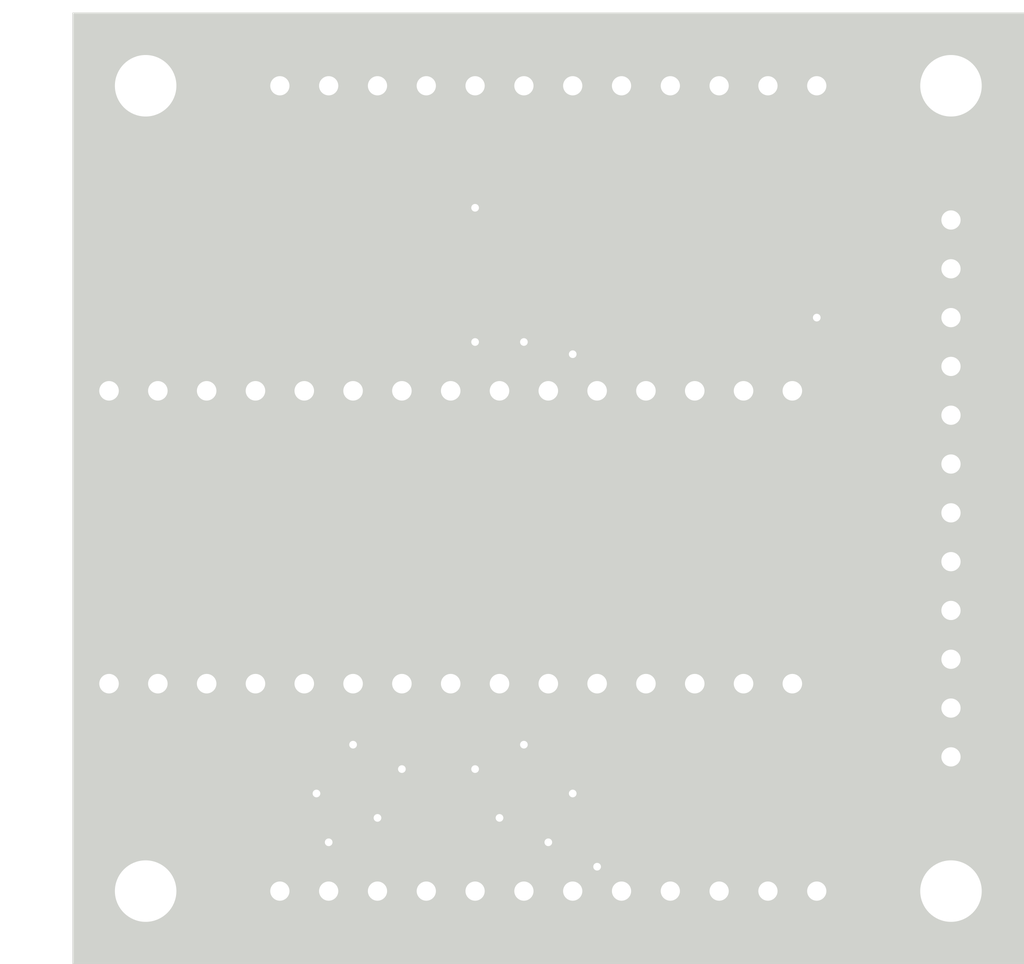
<source format=kicad_pcb>
(kicad_pcb (version 4) (host pcbnew 4.0.7+dfsg1-1~bpo9+1)

  (general
    (links 34)
    (no_connects 0)
    (area 104.626999 29.75 158.115001 80.645001)
    (thickness 1.6)
    (drawings 30)
    (tracks 149)
    (zones 0)
    (modules 8)
    (nets 26)
  )

  (page A4)
  (layers
    (0 F.Cu signal)
    (31 B.Cu signal)
    (32 B.Adhes user)
    (33 F.Adhes user)
    (34 B.Paste user)
    (35 F.Paste user)
    (36 B.SilkS user)
    (37 F.SilkS user)
    (38 B.Mask user)
    (39 F.Mask user)
    (40 Dwgs.User user)
    (41 Cmts.User user)
    (42 Eco1.User user)
    (43 Eco2.User user)
    (44 Edge.Cuts user)
    (45 Margin user)
    (46 B.CrtYd user)
    (47 F.CrtYd user)
    (48 B.Fab user hide)
    (49 F.Fab user)
  )

  (setup
    (last_trace_width 0.5)
    (user_trace_width 0.5)
    (user_trace_width 0.5)
    (trace_clearance 0.2)
    (zone_clearance 0.508)
    (zone_45_only no)
    (trace_min 0.2)
    (segment_width 0.2)
    (edge_width 0.1)
    (via_size 0.6)
    (via_drill 0.4)
    (via_min_size 0.4)
    (via_min_drill 0.3)
    (uvia_size 0.3)
    (uvia_drill 0.1)
    (uvias_allowed no)
    (uvia_min_size 0.2)
    (uvia_min_drill 0.1)
    (pcb_text_width 0.3)
    (pcb_text_size 1.5 1.5)
    (mod_edge_width 0.15)
    (mod_text_size 1 1)
    (mod_text_width 0.15)
    (pad_size 1.5 1.5)
    (pad_drill 0.6)
    (pad_to_mask_clearance 0)
    (aux_axis_origin 0 0)
    (visible_elements FFFEFF7F)
    (pcbplotparams
      (layerselection 0x00030_80000001)
      (usegerberextensions false)
      (excludeedgelayer true)
      (linewidth 0.100000)
      (plotframeref false)
      (viasonmask false)
      (mode 1)
      (useauxorigin false)
      (hpglpennumber 1)
      (hpglpenspeed 20)
      (hpglpendiameter 15)
      (hpglpenoverlay 2)
      (psnegative false)
      (psa4output false)
      (plotreference true)
      (plotvalue true)
      (plotinvisibletext false)
      (padsonsilk false)
      (subtractmaskfromsilk false)
      (outputformat 1)
      (mirror false)
      (drillshape 1)
      (scaleselection 1)
      (outputdirectory ""))
  )

  (net 0 "")
  (net 1 /A5)
  (net 2 /A4)
  (net 3 /VCC)
  (net 4 /VIN)
  (net 5 /GND)
  (net 6 /D13)
  (net 7 /D12)
  (net 8 /D11)
  (net 9 /D10)
  (net 10 /D1)
  (net 11 /D0)
  (net 12 /D2)
  (net 13 /D3)
  (net 14 /D4)
  (net 15 /D5)
  (net 16 /D6)
  (net 17 /D7)
  (net 18 /D8)
  (net 19 /D9)
  (net 20 /A0)
  (net 21 /A1)
  (net 22 /A2)
  (net 23 /A3)
  (net 24 /A7)
  (net 25 /A6)

  (net_class Default "This is the default net class."
    (clearance 0.2)
    (trace_width 0.25)
    (via_dia 0.6)
    (via_drill 0.4)
    (uvia_dia 0.3)
    (uvia_drill 0.1)
    (add_net /A0)
    (add_net /A1)
    (add_net /A2)
    (add_net /A3)
    (add_net /A4)
    (add_net /A5)
    (add_net /A6)
    (add_net /A7)
    (add_net /D0)
    (add_net /D1)
    (add_net /D10)
    (add_net /D11)
    (add_net /D12)
    (add_net /D13)
    (add_net /D2)
    (add_net /D3)
    (add_net /D4)
    (add_net /D5)
    (add_net /D6)
    (add_net /D7)
    (add_net /D8)
    (add_net /D9)
    (add_net /GND)
    (add_net /VCC)
    (add_net /VIN)
  )

  (module Socket_Strips:Socket_Strip_Straight_1x12_Pitch2.54mm (layer F.Cu) (tedit 5AE77EE6) (tstamp 5AC36A5F)
    (at 119.38 34.925 90)
    (descr "Through hole straight socket strip, 1x12, 2.54mm pitch, single row")
    (tags "Through hole socket strip THT 1x12 2.54mm single row")
    (path /5AC3A80A)
    (fp_text reference O1 (at 0 -2.33 90) (layer F.Fab)
      (effects (font (size 1 1) (thickness 0.15)))
    )
    (fp_text value SerialOutput (at 2.54 17.145 180) (layer F.Fab)
      (effects (font (size 1 1) (thickness 0.15)))
    )
    (fp_line (start -1.27 -1.27) (end -1.27 29.21) (layer F.Fab) (width 0.1))
    (fp_line (start -1.27 29.21) (end 1.27 29.21) (layer F.Fab) (width 0.1))
    (fp_line (start 1.27 29.21) (end 1.27 -1.27) (layer F.Fab) (width 0.1))
    (fp_line (start 1.27 -1.27) (end -1.27 -1.27) (layer F.Fab) (width 0.1))
    (fp_line (start -1.33 1.27) (end -1.33 29.27) (layer F.SilkS) (width 0.12))
    (fp_line (start -1.33 29.27) (end 1.33 29.27) (layer F.SilkS) (width 0.12))
    (fp_line (start 1.33 29.27) (end 1.33 1.27) (layer F.SilkS) (width 0.12))
    (fp_line (start 1.33 1.27) (end -1.33 1.27) (layer F.SilkS) (width 0.12))
    (fp_line (start -1.33 0) (end -1.33 -1.33) (layer F.SilkS) (width 0.12))
    (fp_line (start -1.33 -1.33) (end 0 -1.33) (layer F.SilkS) (width 0.12))
    (fp_line (start -1.8 -1.8) (end -1.8 29.75) (layer F.CrtYd) (width 0.05))
    (fp_line (start -1.8 29.75) (end 1.8 29.75) (layer F.CrtYd) (width 0.05))
    (fp_line (start 1.8 29.75) (end 1.8 -1.8) (layer F.CrtYd) (width 0.05))
    (fp_line (start 1.8 -1.8) (end -1.8 -1.8) (layer F.CrtYd) (width 0.05))
    (fp_text user %R (at 0 -2.33 90) (layer F.Fab) hide
      (effects (font (size 1 1) (thickness 0.15)))
    )
    (pad 1 thru_hole rect (at 0 0 90) (size 1.7 1.7) (drill 1) (layers *.Cu *.Mask)
      (net 4 /VIN))
    (pad 2 thru_hole oval (at 0 2.54 90) (size 1.7 1.7) (drill 1) (layers *.Cu *.Mask)
      (net 3 /VCC))
    (pad 3 thru_hole oval (at 0 5.08 90) (size 1.7 1.7) (drill 1) (layers *.Cu *.Mask)
      (net 5 /GND))
    (pad 4 thru_hole oval (at 0 7.62 90) (size 1.7 1.7) (drill 1) (layers *.Cu *.Mask))
    (pad 5 thru_hole oval (at 0 10.16 90) (size 1.7 1.7) (drill 1) (layers *.Cu *.Mask)
      (net 6 /D13))
    (pad 6 thru_hole oval (at 0 12.7 90) (size 1.7 1.7) (drill 1) (layers *.Cu *.Mask)
      (net 7 /D12))
    (pad 7 thru_hole oval (at 0 15.24 90) (size 1.7 1.7) (drill 1) (layers *.Cu *.Mask)
      (net 8 /D11))
    (pad 8 thru_hole oval (at 0 17.78 90) (size 1.7 1.7) (drill 1) (layers *.Cu *.Mask)
      (net 9 /D10))
    (pad 9 thru_hole oval (at 0 20.32 90) (size 1.7 1.7) (drill 1) (layers *.Cu *.Mask)
      (net 2 /A4))
    (pad 10 thru_hole oval (at 0 22.86 90) (size 1.7 1.7) (drill 1) (layers *.Cu *.Mask)
      (net 1 /A5))
    (pad 11 thru_hole oval (at 0 25.4 90) (size 1.7 1.7) (drill 1) (layers *.Cu *.Mask)
      (net 10 /D1))
    (pad 12 thru_hole oval (at 0 27.94 90) (size 1.7 1.7) (drill 1) (layers *.Cu *.Mask)
      (net 11 /D0))
    (model ${KISYS3DMOD}/Socket_Strips.3dshapes/Socket_Strip_Straight_1x12_Pitch2.54mm.wrl
      (at (xyz 0 -0.55 0))
      (scale (xyz 1 1 1))
      (rotate (xyz 0 0 270))
    )
  )

  (module Socket_Strips:Socket_Strip_Straight_1x12_Pitch2.54mm (layer F.Cu) (tedit 5AE77EFD) (tstamp 5ACB7725)
    (at 154.305 41.91)
    (descr "Through hole straight socket strip, 1x12, 2.54mm pitch, single row")
    (tags "Through hole socket strip THT 1x12 2.54mm single row")
    (path /5AC3A751)
    (fp_text reference O2 (at 0 -2.33) (layer F.Fab)
      (effects (font (size 1 1) (thickness 0.15)))
    )
    (fp_text value Output (at 0 30.27) (layer F.Fab)
      (effects (font (size 1 1) (thickness 0.15)))
    )
    (fp_line (start -1.27 -1.27) (end -1.27 29.21) (layer F.Fab) (width 0.1))
    (fp_line (start -1.27 29.21) (end 1.27 29.21) (layer F.Fab) (width 0.1))
    (fp_line (start 1.27 29.21) (end 1.27 -1.27) (layer F.Fab) (width 0.1))
    (fp_line (start 1.27 -1.27) (end -1.27 -1.27) (layer F.Fab) (width 0.1))
    (fp_line (start -1.33 1.27) (end -1.33 29.27) (layer F.SilkS) (width 0.12))
    (fp_line (start -1.33 29.27) (end 1.33 29.27) (layer F.SilkS) (width 0.12))
    (fp_line (start 1.33 29.27) (end 1.33 1.27) (layer F.SilkS) (width 0.12))
    (fp_line (start 1.33 1.27) (end -1.33 1.27) (layer F.SilkS) (width 0.12))
    (fp_line (start -1.33 0) (end -1.33 -1.33) (layer F.SilkS) (width 0.12))
    (fp_line (start -1.33 -1.33) (end 0 -1.33) (layer F.SilkS) (width 0.12))
    (fp_line (start -1.8 -1.8) (end -1.8 29.75) (layer F.CrtYd) (width 0.05))
    (fp_line (start -1.8 29.75) (end 1.8 29.75) (layer F.CrtYd) (width 0.05))
    (fp_line (start 1.8 29.75) (end 1.8 -1.8) (layer F.CrtYd) (width 0.05))
    (fp_line (start 1.8 -1.8) (end -1.8 -1.8) (layer F.CrtYd) (width 0.05))
    (fp_text user %R (at 0 -2.33) (layer F.Fab) hide
      (effects (font (size 1 1) (thickness 0.15)))
    )
    (pad 1 thru_hole rect (at 0 0) (size 1.7 1.7) (drill 1) (layers *.Cu *.Mask)
      (net 4 /VIN))
    (pad 2 thru_hole oval (at 0 2.54) (size 1.7 1.7) (drill 1) (layers *.Cu *.Mask)
      (net 3 /VCC))
    (pad 3 thru_hole oval (at 0 5.08) (size 1.7 1.7) (drill 1) (layers *.Cu *.Mask)
      (net 5 /GND))
    (pad 4 thru_hole oval (at 0 7.62) (size 1.7 1.7) (drill 1) (layers *.Cu *.Mask))
    (pad 5 thru_hole oval (at 0 10.16) (size 1.7 1.7) (drill 1) (layers *.Cu *.Mask)
      (net 12 /D2))
    (pad 6 thru_hole oval (at 0 12.7) (size 1.7 1.7) (drill 1) (layers *.Cu *.Mask)
      (net 13 /D3))
    (pad 7 thru_hole oval (at 0 15.24) (size 1.7 1.7) (drill 1) (layers *.Cu *.Mask)
      (net 14 /D4))
    (pad 8 thru_hole oval (at 0 17.78) (size 1.7 1.7) (drill 1) (layers *.Cu *.Mask)
      (net 15 /D5))
    (pad 9 thru_hole oval (at 0 20.32) (size 1.7 1.7) (drill 1) (layers *.Cu *.Mask)
      (net 16 /D6))
    (pad 10 thru_hole oval (at 0 22.86) (size 1.7 1.7) (drill 1) (layers *.Cu *.Mask)
      (net 17 /D7))
    (pad 11 thru_hole oval (at 0 25.4) (size 1.7 1.7) (drill 1) (layers *.Cu *.Mask)
      (net 18 /D8))
    (pad 12 thru_hole oval (at 0 27.94) (size 1.7 1.7) (drill 1) (layers *.Cu *.Mask)
      (net 19 /D9))
    (model ${KISYS3DMOD}/Socket_Strips.3dshapes/Socket_Strip_Straight_1x12_Pitch2.54mm.wrl
      (at (xyz 0 -0.55 0))
      (scale (xyz 1 1 1))
      (rotate (xyz 0 0 270))
    )
  )

  (module Socket_Strips:Socket_Strip_Straight_1x12_Pitch2.54mm (layer F.Cu) (tedit 5AE77EF3) (tstamp 5ACB7743)
    (at 147.32 76.835 270)
    (descr "Through hole straight socket strip, 1x12, 2.54mm pitch, single row")
    (tags "Through hole socket strip THT 1x12 2.54mm single row")
    (path /5AC3A8AB)
    (fp_text reference O3 (at 0 -2.33 270) (layer F.Fab)
      (effects (font (size 1 1) (thickness 0.15)))
    )
    (fp_text value Output (at 0 30.27 270) (layer F.Fab)
      (effects (font (size 1 1) (thickness 0.15)))
    )
    (fp_line (start -1.27 -1.27) (end -1.27 29.21) (layer F.Fab) (width 0.1))
    (fp_line (start -1.27 29.21) (end 1.27 29.21) (layer F.Fab) (width 0.1))
    (fp_line (start 1.27 29.21) (end 1.27 -1.27) (layer F.Fab) (width 0.1))
    (fp_line (start 1.27 -1.27) (end -1.27 -1.27) (layer F.Fab) (width 0.1))
    (fp_line (start -1.33 1.27) (end -1.33 29.27) (layer F.SilkS) (width 0.12))
    (fp_line (start -1.33 29.27) (end 1.33 29.27) (layer F.SilkS) (width 0.12))
    (fp_line (start 1.33 29.27) (end 1.33 1.27) (layer F.SilkS) (width 0.12))
    (fp_line (start 1.33 1.27) (end -1.33 1.27) (layer F.SilkS) (width 0.12))
    (fp_line (start -1.33 0) (end -1.33 -1.33) (layer F.SilkS) (width 0.12))
    (fp_line (start -1.33 -1.33) (end 0 -1.33) (layer F.SilkS) (width 0.12))
    (fp_line (start -1.8 -1.8) (end -1.8 29.75) (layer F.CrtYd) (width 0.05))
    (fp_line (start -1.8 29.75) (end 1.8 29.75) (layer F.CrtYd) (width 0.05))
    (fp_line (start 1.8 29.75) (end 1.8 -1.8) (layer F.CrtYd) (width 0.05))
    (fp_line (start 1.8 -1.8) (end -1.8 -1.8) (layer F.CrtYd) (width 0.05))
    (fp_text user %R (at 0 -2.33 270) (layer F.Fab) hide
      (effects (font (size 1 1) (thickness 0.15)))
    )
    (pad 1 thru_hole rect (at 0 0 270) (size 1.7 1.7) (drill 1) (layers *.Cu *.Mask)
      (net 4 /VIN))
    (pad 2 thru_hole oval (at 0 2.54 270) (size 1.7 1.7) (drill 1) (layers *.Cu *.Mask)
      (net 3 /VCC))
    (pad 3 thru_hole oval (at 0 5.08 270) (size 1.7 1.7) (drill 1) (layers *.Cu *.Mask)
      (net 5 /GND))
    (pad 4 thru_hole oval (at 0 7.62 270) (size 1.7 1.7) (drill 1) (layers *.Cu *.Mask))
    (pad 5 thru_hole oval (at 0 10.16 270) (size 1.7 1.7) (drill 1) (layers *.Cu *.Mask)
      (net 20 /A0))
    (pad 6 thru_hole oval (at 0 12.7 270) (size 1.7 1.7) (drill 1) (layers *.Cu *.Mask)
      (net 21 /A1))
    (pad 7 thru_hole oval (at 0 15.24 270) (size 1.7 1.7) (drill 1) (layers *.Cu *.Mask)
      (net 22 /A2))
    (pad 8 thru_hole oval (at 0 17.78 270) (size 1.7 1.7) (drill 1) (layers *.Cu *.Mask)
      (net 23 /A3))
    (pad 9 thru_hole oval (at 0 20.32 270) (size 1.7 1.7) (drill 1) (layers *.Cu *.Mask)
      (net 2 /A4))
    (pad 10 thru_hole oval (at 0 22.86 270) (size 1.7 1.7) (drill 1) (layers *.Cu *.Mask)
      (net 1 /A5))
    (pad 11 thru_hole oval (at 0 25.4 270) (size 1.7 1.7) (drill 1) (layers *.Cu *.Mask)
      (net 25 /A6))
    (pad 12 thru_hole oval (at 0 27.94 270) (size 1.7 1.7) (drill 1) (layers *.Cu *.Mask)
      (net 24 /A7))
    (model ${KISYS3DMOD}/Socket_Strips.3dshapes/Socket_Strip_Straight_1x12_Pitch2.54mm.wrl
      (at (xyz 0 -0.55 0))
      (scale (xyz 1 1 1))
      (rotate (xyz 0 0 270))
    )
  )

  (module Mounting_Holes:MountingHole_3.2mm_M3 (layer F.Cu) (tedit 5AC36F43) (tstamp 5AD37429)
    (at 154.305 34.925)
    (descr "Mounting Hole 3.2mm, no annular, M3")
    (tags "mounting hole 3.2mm no annular m3")
    (fp_text reference "" (at 0 -4.2) (layer F.Fab)
      (effects (font (size 1 1) (thickness 0.15)))
    )
    (fp_text value M3 (at 0 2.54) (layer F.Fab)
      (effects (font (size 1 1) (thickness 0.15)))
    )
    (fp_circle (center 0 0) (end 3.2 0) (layer Cmts.User) (width 0.15))
    (fp_circle (center 0 0) (end 3.45 0) (layer F.CrtYd) (width 0.05))
    (pad 1 np_thru_hole circle (at 0 0) (size 3.2 3.2) (drill 3.2) (layers *.Cu *.Mask))
  )

  (module Mounting_Holes:MountingHole_3.2mm_M3 (layer F.Cu) (tedit 5AC36F82) (tstamp 5AD3745B)
    (at 154.305 76.835)
    (descr "Mounting Hole 3.2mm, no annular, M3")
    (tags "mounting hole 3.2mm no annular m3")
    (fp_text reference "" (at 0 -4.2) (layer F.Fab)
      (effects (font (size 1 1) (thickness 0.15)))
    )
    (fp_text value M3 (at 0 -2.54) (layer F.Fab)
      (effects (font (size 1 1) (thickness 0.15)))
    )
    (fp_circle (center 0 0) (end 3.2 0) (layer Cmts.User) (width 0.15))
    (fp_circle (center 0 0) (end 3.45 0) (layer F.CrtYd) (width 0.05))
    (pad 1 np_thru_hole circle (at 0 0) (size 3.2 3.2) (drill 3.2) (layers *.Cu *.Mask))
  )

  (module Mounting_Holes:MountingHole_3.2mm_M3 (layer F.Cu) (tedit 5AC36FB5) (tstamp 5AD37483)
    (at 112.395 76.835)
    (descr "Mounting Hole 3.2mm, no annular, M3")
    (tags "mounting hole 3.2mm no annular m3")
    (fp_text reference "" (at 0 -4.2) (layer F.Fab)
      (effects (font (size 1 1) (thickness 0.15)))
    )
    (fp_text value M3 (at 0 -2.54) (layer F.Fab)
      (effects (font (size 1 1) (thickness 0.15)))
    )
    (fp_circle (center 0 0) (end 3.2 0) (layer Cmts.User) (width 0.15))
    (fp_circle (center 0 0) (end 3.45 0) (layer F.CrtYd) (width 0.05))
    (pad 1 np_thru_hole circle (at 0 0) (size 3.2 3.2) (drill 3.2) (layers *.Cu *.Mask))
  )

  (module Mounting_Holes:MountingHole_3.2mm_M3 (layer F.Cu) (tedit 5AC38C99) (tstamp 5AD374E5)
    (at 112.395 34.925)
    (descr "Mounting Hole 3.2mm, no annular, M3")
    (tags "mounting hole 3.2mm no annular m3")
    (fp_text reference "" (at 0 -4.2) (layer F.Fab)
      (effects (font (size 1 1) (thickness 0.15)))
    )
    (fp_text value M3 (at 0 2.54) (layer F.Fab)
      (effects (font (size 1 1) (thickness 0.15)))
    )
    (fp_circle (center 0 0) (end 3.2 0) (layer Cmts.User) (width 0.15))
    (fp_circle (center 0 0) (end 3.45 0) (layer F.CrtYd) (width 0.05))
    (pad 1 np_thru_hole circle (at 0 0) (size 3.2 3.2) (drill 3.2) (layers *.Cu *.Mask))
  )

  (module Arduino:Arduino_Nano (layer F.Cu) (tedit 5A860395) (tstamp 5AE7823E)
    (at 106.68 58.42 270)
    (descr https://store.arduino.cc/arduino-nano)
    (path /5AE77E1E)
    (fp_text reference XA1 (at 6.604 1.016 270) (layer F.Fab)
      (effects (font (size 1 1) (thickness 0.15)))
    )
    (fp_text value Arduino_Nano_Socket (at 0 -21.082 360) (layer F.Fab)
      (effects (font (size 1 1) (thickness 0.15)))
    )
    (fp_text user USB (at 0 0.635 270) (layer F.Fab)
      (effects (font (size 0.5 0.5) (thickness 0.075)))
    )
    (fp_text user 3.3V (at 6.35 -6.35 360) (layer F.Fab)
      (effects (font (size 0.5 0.5) (thickness 0.075)))
    )
    (fp_text user ICSP (at 0 -40.64 270) (layer F.Fab)
      (effects (font (size 1 1) (thickness 0.15)))
    )
    (fp_circle (center 0 -39.37) (end 0.508 -39.37) (layer F.Fab) (width 0.15))
    (fp_circle (center 2.54 -39.37) (end 3.048 -39.37) (layer F.Fab) (width 0.15))
    (fp_circle (center 2.54 -41.91) (end 3.048 -41.91) (layer F.Fab) (width 0.15))
    (fp_circle (center -2.54 -39.37) (end -2.032 -39.37) (layer F.Fab) (width 0.15))
    (fp_circle (center 0 -41.91) (end 0.508 -41.91) (layer F.Fab) (width 0.15))
    (fp_circle (center -2.54 -41.91) (end -2.032 -41.91) (layer F.Fab) (width 0.15))
    (fp_line (start -3.302 1.778) (end -9.144 1.778) (layer F.CrtYd) (width 0.15))
    (fp_line (start -9.144 1.778) (end -9.144 -22.606) (layer F.CrtYd) (width 0.15))
    (fp_line (start -9.144 -22.606) (end -9.144 -43.434) (layer F.CrtYd) (width 0.15))
    (fp_line (start -9.144 -43.434) (end 9.144 -43.434) (layer F.CrtYd) (width 0.15))
    (fp_line (start 9.144 -43.434) (end 9.144 1.778) (layer F.CrtYd) (width 0.15))
    (fp_line (start 9.144 1.778) (end -3.302 1.778) (layer F.CrtYd) (width 0.15))
    (fp_line (start -4.064 0) (end -4.064 1.45) (layer F.Fab) (width 0.15))
    (fp_line (start -4.064 1.45) (end 4.064 1.45) (layer F.Fab) (width 0.15))
    (fp_line (start 4.064 1.45) (end 4.064 0) (layer F.Fab) (width 0.15))
    (fp_line (start -8.89 -43.18) (end 8.89 -43.18) (layer F.Fab) (width 0.15))
    (fp_line (start -8.89 0) (end 8.89 0) (layer F.Fab) (width 0.15))
    (fp_line (start 8.89 -43.18) (end 8.89 0) (layer F.Fab) (width 0.15))
    (fp_line (start -8.89 -43.18) (end -8.89 0) (layer F.Fab) (width 0.15))
    (pad VIN thru_hole circle (at 7.62 -39.37 270) (size 1.7272 1.7272) (drill 1.016) (layers *.Cu *.Mask)
      (net 4 /VIN))
    (pad GND2 thru_hole circle (at 7.62 -36.83 270) (size 1.7272 1.7272) (drill 1.016) (layers *.Cu *.Mask)
      (net 5 /GND))
    (pad RST2 thru_hole circle (at 7.62 -34.29 270) (size 1.7272 1.7272) (drill 1.016) (layers *.Cu *.Mask))
    (pad 5V thru_hole circle (at 7.62 -31.75 270) (size 1.7272 1.7272) (drill 1.016) (layers *.Cu *.Mask)
      (net 3 /VCC))
    (pad A7 thru_hole circle (at 7.62 -29.21 270) (size 1.7272 1.7272) (drill 1.016) (layers *.Cu *.Mask)
      (net 24 /A7))
    (pad A6 thru_hole circle (at 7.62 -26.67 270) (size 1.7272 1.7272) (drill 1.016) (layers *.Cu *.Mask)
      (net 25 /A6))
    (pad A5 thru_hole circle (at 7.62 -24.13 270) (size 1.7272 1.7272) (drill 1.016) (layers *.Cu *.Mask)
      (net 1 /A5))
    (pad A4 thru_hole circle (at 7.62 -21.59 270) (size 1.7272 1.7272) (drill 1.016) (layers *.Cu *.Mask)
      (net 2 /A4))
    (pad A3 thru_hole circle (at 7.62 -19.05 270) (size 1.7272 1.7272) (drill 1.016) (layers *.Cu *.Mask)
      (net 23 /A3))
    (pad A2 thru_hole circle (at 7.62 -16.51 270) (size 1.7272 1.7272) (drill 1.016) (layers *.Cu *.Mask)
      (net 22 /A2))
    (pad A1 thru_hole circle (at 7.62 -13.97 270) (size 1.7272 1.7272) (drill 1.016) (layers *.Cu *.Mask)
      (net 21 /A1))
    (pad A0 thru_hole circle (at 7.62 -11.43 270) (size 1.7272 1.7272) (drill 1.016) (layers *.Cu *.Mask)
      (net 20 /A0))
    (pad AREF thru_hole circle (at 7.62 -8.89 270) (size 1.7272 1.7272) (drill 1.016) (layers *.Cu *.Mask))
    (pad 3V3 thru_hole circle (at 7.62 -6.35 270) (size 1.7272 1.7272) (drill 1.016) (layers *.Cu *.Mask))
    (pad D13 thru_hole circle (at 7.62 -3.81 270) (size 1.7272 1.7272) (drill 1.016) (layers *.Cu *.Mask)
      (net 6 /D13))
    (pad D12 thru_hole circle (at -7.62 -3.81 270) (size 1.7272 1.7272) (drill 1.016) (layers *.Cu *.Mask)
      (net 7 /D12))
    (pad D11 thru_hole circle (at -7.62 -6.35 270) (size 1.7272 1.7272) (drill 1.016) (layers *.Cu *.Mask)
      (net 8 /D11))
    (pad D10 thru_hole circle (at -7.62 -8.89 270) (size 1.7272 1.7272) (drill 1.016) (layers *.Cu *.Mask)
      (net 9 /D10))
    (pad D9 thru_hole circle (at -7.62 -11.43 270) (size 1.7272 1.7272) (drill 1.016) (layers *.Cu *.Mask)
      (net 19 /D9))
    (pad D8 thru_hole circle (at -7.62 -13.97 270) (size 1.7272 1.7272) (drill 1.016) (layers *.Cu *.Mask)
      (net 18 /D8))
    (pad D7 thru_hole circle (at -7.62 -16.51 270) (size 1.7272 1.7272) (drill 1.016) (layers *.Cu *.Mask)
      (net 17 /D7))
    (pad D6 thru_hole circle (at -7.62 -19.05 270) (size 1.7272 1.7272) (drill 1.016) (layers *.Cu *.Mask)
      (net 16 /D6))
    (pad D5 thru_hole circle (at -7.62 -21.59 270) (size 1.7272 1.7272) (drill 1.016) (layers *.Cu *.Mask)
      (net 15 /D5))
    (pad D4 thru_hole circle (at -7.62 -24.13 270) (size 1.7272 1.7272) (drill 1.016) (layers *.Cu *.Mask)
      (net 14 /D4))
    (pad D3 thru_hole circle (at -7.62 -26.67 270) (size 1.7272 1.7272) (drill 1.016) (layers *.Cu *.Mask)
      (net 13 /D3))
    (pad D2 thru_hole circle (at -7.62 -29.21 270) (size 1.7272 1.7272) (drill 1.016) (layers *.Cu *.Mask)
      (net 12 /D2))
    (pad GND1 thru_hole circle (at -7.62 -31.75 270) (size 1.7272 1.7272) (drill 1.016) (layers *.Cu *.Mask)
      (net 5 /GND))
    (pad RST1 thru_hole circle (at -7.62 -34.29 270) (size 1.7272 1.7272) (drill 1.016) (layers *.Cu *.Mask))
    (pad D0 thru_hole circle (at -7.62 -36.83 270) (size 1.7272 1.7272) (drill 1.016) (layers *.Cu *.Mask)
      (net 11 /D0))
    (pad D1 thru_hole rect (at -7.62 -39.37 270) (size 1.7272 1.7272) (drill 1.016) (layers *.Cu *.Mask)
      (net 10 /D1))
  )

  (gr_text "Arduino Nano" (at 129.54 58.42) (layer F.SilkS)
    (effects (font (size 1.5 1.5) (thickness 0.3)))
  )
  (gr_text USB (at 111.76 58.42 90) (layer F.SilkS)
    (effects (font (size 1.5 1.5) (thickness 0.3)))
  )
  (gr_text A7 (at 119.38 73.66) (layer F.SilkS)
    (effects (font (size 1 1) (thickness 0.2)))
  )
  (gr_text A6 (at 121.92 73.66) (layer F.SilkS)
    (effects (font (size 1 1) (thickness 0.2)))
  )
  (gr_text ANALOG (at 144.145 73.66) (layer F.SilkS)
    (effects (font (size 1.5 1.5) (thickness 0.3)))
  )
  (gr_text MISO (at 132.08 37.465 270) (layer F.SilkS)
    (effects (font (size 1 1) (thickness 0.2)) (justify left))
  )
  (gr_text A0 (at 137.16 73.66) (layer F.SilkS)
    (effects (font (size 1 1) (thickness 0.2)))
  )
  (gr_text A1 (at 134.62 73.66) (layer F.SilkS)
    (effects (font (size 1 1) (thickness 0.2)))
  )
  (gr_text A5 (at 124.46 73.66) (layer F.SilkS)
    (effects (font (size 1 1) (thickness 0.2)))
  )
  (gr_text A4 (at 127 73.66) (layer F.SilkS)
    (effects (font (size 1 1) (thickness 0.2)))
  )
  (gr_text A3 (at 129.54 73.66) (layer F.SilkS)
    (effects (font (size 1 1) (thickness 0.2)))
  )
  (gr_text A2 (at 132.08 73.66) (layer F.SilkS)
    (effects (font (size 1 1) (thickness 0.2)))
  )
  (gr_text "Arduino Nano V1.0\nnickthecoder.co.uk" (at 142.875 45.72) (layer B.SilkS)
    (effects (font (size 1.5 1.5) (thickness 0.3)) (justify left mirror))
  )
  (gr_text SCK (at 129.54 37.465 270) (layer F.SilkS)
    (effects (font (size 1 1) (thickness 0.2)) (justify left))
  )
  (gr_text RXD (at 147.32 37.465 270) (layer F.SilkS)
    (effects (font (size 1 1) (thickness 0.2)) (justify left))
  )
  (gr_text SCL (at 142.24 37.465 270) (layer F.SilkS)
    (effects (font (size 1 1) (thickness 0.2)) (justify left))
  )
  (gr_text SDA (at 139.7 37.465 270) (layer F.SilkS)
    (effects (font (size 1 1) (thickness 0.2)) (justify left))
  )
  (gr_text TXD (at 144.78 37.465 270) (layer F.SilkS)
    (effects (font (size 1 1) (thickness 0.2)) (justify left))
  )
  (gr_text D10 (at 137.16 37.465 270) (layer F.SilkS)
    (effects (font (size 1 1) (thickness 0.2)) (justify left))
  )
  (gr_text MOSI (at 134.62 37.465 270) (layer F.SilkS)
    (effects (font (size 1 1) (thickness 0.2)) (justify left))
  )
  (gr_text D9 (at 151.13 69.85) (layer F.SilkS)
    (effects (font (size 1 1) (thickness 0.2)))
  )
  (gr_text D8 (at 151.13 67.31) (layer F.SilkS)
    (effects (font (size 1 1) (thickness 0.2)))
  )
  (gr_text D7 (at 151.13 64.77) (layer F.SilkS)
    (effects (font (size 1 1) (thickness 0.2)))
  )
  (gr_text D6 (at 151.13 62.23) (layer F.SilkS)
    (effects (font (size 1 1) (thickness 0.2)))
  )
  (gr_text D5 (at 151.13 59.69) (layer F.SilkS)
    (effects (font (size 1 1) (thickness 0.2)))
  )
  (gr_text D4 (at 151.13 57.15) (layer F.SilkS)
    (effects (font (size 1 1) (thickness 0.2)))
  )
  (gr_text D3 (at 151.13 54.61) (layer F.SilkS)
    (effects (font (size 1 1) (thickness 0.2)))
  )
  (gr_text D2 (at 151.13 52.07) (layer F.SilkS)
    (effects (font (size 1 1) (thickness 0.2)))
  )
  (gr_text SERIAL (at 121.285 38.1) (layer F.SilkS)
    (effects (font (size 1.5 1.5) (thickness 0.3)))
  )
  (gr_text DIGITAL (at 151.13 45.72 90) (layer F.SilkS)
    (effects (font (size 1.5 1.5) (thickness 0.3)))
  )

  (segment (start 134.62 62.23) (end 134.62 48.895) (width 0.25) (layer B.Cu) (net 1))
  (segment (start 142.24 41.275) (end 142.24 34.29) (width 0.25) (layer F.Cu) (net 1) (tstamp 5AE78060))
  (segment (start 134.62 48.895) (end 142.24 41.275) (width 0.25) (layer F.Cu) (net 1) (tstamp 5AE7805F))
  (via (at 134.62 48.895) (size 0.6) (drill 0.4) (layers F.Cu B.Cu) (net 1))
  (segment (start 130.81 66.04) (end 134.62 62.23) (width 0.25) (layer B.Cu) (net 1))
  (segment (start 124.46 77.47) (end 124.46 73.025) (width 0.25) (layer B.Cu) (net 1))
  (segment (start 130.81 73.025) (end 130.81 66.04) (width 0.25) (layer B.Cu) (net 1) (tstamp 5AE77E05))
  (via (at 130.81 73.025) (size 0.6) (drill 0.4) (layers F.Cu B.Cu) (net 1))
  (segment (start 124.46 73.025) (end 130.81 73.025) (width 0.25) (layer F.Cu) (net 1) (tstamp 5AE77E02))
  (via (at 124.46 73.025) (size 0.6) (drill 0.4) (layers F.Cu B.Cu) (net 1))
  (segment (start 142.24 34.29) (end 142.24 34.925) (width 0.25) (layer B.Cu) (net 1) (status 30))
  (segment (start 132.08 62.23) (end 132.08 48.26) (width 0.25) (layer B.Cu) (net 2))
  (segment (start 139.7 40.64) (end 139.7 34.29) (width 0.25) (layer F.Cu) (net 2) (tstamp 5AE78054))
  (segment (start 132.08 48.26) (end 139.7 40.64) (width 0.25) (layer F.Cu) (net 2) (tstamp 5AE78053))
  (via (at 132.08 48.26) (size 0.6) (drill 0.4) (layers F.Cu B.Cu) (net 2))
  (segment (start 128.27 66.04) (end 132.08 62.23) (width 0.25) (layer B.Cu) (net 2))
  (segment (start 127 72.39) (end 128.27 71.12) (width 0.25) (layer B.Cu) (net 2))
  (segment (start 127 77.47) (end 127 72.39) (width 0.25) (layer B.Cu) (net 2))
  (segment (start 128.27 71.12) (end 128.27 66.04) (width 0.25) (layer B.Cu) (net 2) (tstamp 5AE77E3E))
  (segment (start 139.7 34.29) (end 139.7 34.925) (width 0.25) (layer B.Cu) (net 2) (status 30))
  (segment (start 127 77.47) (end 127 76.835) (width 0.25) (layer F.Cu) (net 2) (status 30))
  (segment (start 144.78 77.47) (end 144.78 74.93) (width 0.5) (layer F.Cu) (net 3))
  (segment (start 138.43 68.58) (end 138.43 66.04) (width 0.5) (layer F.Cu) (net 3) (tstamp 5AE77E70))
  (segment (start 144.78 74.93) (end 138.43 68.58) (width 0.5) (layer F.Cu) (net 3) (tstamp 5AE77E6D))
  (segment (start 153.67 44.45) (end 150.495 41.275) (width 0.5) (layer B.Cu) (net 3))
  (segment (start 154.94 73.025) (end 152.4 73.025) (width 0.5) (layer B.Cu) (net 3))
  (segment (start 149.86 75.565) (end 149.86 78.105) (width 0.5) (layer B.Cu) (net 3) (tstamp 5AC5F3B7))
  (segment (start 152.4 73.025) (end 149.86 75.565) (width 0.5) (layer B.Cu) (net 3) (tstamp 5AC5F3B5))
  (segment (start 148.59 79.375) (end 149.86 78.105) (width 0.5) (layer B.Cu) (net 3))
  (segment (start 144.78 78.74) (end 145.415 79.375) (width 0.5) (layer B.Cu) (net 3) (tstamp 5AC4E85C))
  (segment (start 145.415 79.375) (end 148.59 79.375) (width 0.5) (layer B.Cu) (net 3) (tstamp 5AC4E85D))
  (segment (start 144.78 77.47) (end 144.78 78.74) (width 0.5) (layer B.Cu) (net 3) (status 10))
  (segment (start 154.94 44.45) (end 155.575 44.45) (width 0.5) (layer B.Cu) (net 3) (status 30))
  (segment (start 155.575 44.45) (end 156.845 45.72) (width 0.5) (layer B.Cu) (net 3) (tstamp 5AC4E83C) (status 10))
  (segment (start 156.845 45.72) (end 156.845 71.12) (width 0.5) (layer B.Cu) (net 3) (tstamp 5AC4E83D))
  (segment (start 156.845 71.12) (end 154.94 73.025) (width 0.5) (layer B.Cu) (net 3) (tstamp 5AC4E83E))
  (segment (start 121.92 34.29) (end 121.92 33.655) (width 0.5) (layer B.Cu) (net 3) (status 30))
  (segment (start 121.92 33.655) (end 123.19 32.385) (width 0.5) (layer B.Cu) (net 3) (tstamp 5AC4E82F) (status 10))
  (segment (start 150.495 33.655) (end 150.495 41.275) (width 0.5) (layer B.Cu) (net 3) (tstamp 5AC4E832))
  (segment (start 149.225 32.385) (end 150.495 33.655) (width 0.5) (layer B.Cu) (net 3) (tstamp 5AC4E831))
  (segment (start 123.19 32.385) (end 149.225 32.385) (width 0.5) (layer B.Cu) (net 3) (tstamp 5AC4E830))
  (segment (start 153.67 44.45) (end 154.94 44.45) (width 0.5) (layer B.Cu) (net 3) (tstamp 5AC4E837) (status 20))
  (segment (start 154.94 41.91) (end 156.845 43.815) (width 0.5) (layer F.Cu) (net 4) (tstamp 5AE782D6))
  (segment (start 146.05 66.04) (end 146.05 76.2) (width 0.5) (layer F.Cu) (net 4))
  (segment (start 146.05 76.2) (end 147.32 77.47) (width 0.5) (layer F.Cu) (net 4) (tstamp 5AE77E74))
  (segment (start 154.94 41.91) (end 150.495 37.465) (width 0.5) (layer F.Cu) (net 4) (status 10))
  (segment (start 150.495 37.465) (end 150.495 33.655) (width 0.5) (layer F.Cu) (net 4) (tstamp 5AC5F3D4))
  (segment (start 147.32 77.47) (end 152.4 72.39) (width 0.5) (layer F.Cu) (net 4) (status 10))
  (segment (start 152.4 72.39) (end 155.575 72.39) (width 0.5) (layer F.Cu) (net 4) (tstamp 5AC5F3A7))
  (segment (start 150.495 33.655) (end 149.225 32.385) (width 0.5) (layer F.Cu) (net 4) (tstamp 5AC38700))
  (segment (start 121.285 32.385) (end 149.225 32.385) (width 0.5) (layer F.Cu) (net 4) (tstamp 5AD37E73))
  (segment (start 149.225 32.385) (end 150.495 33.655) (width 0.5) (layer F.Cu) (net 4) (tstamp 5AD37E74))
  (segment (start 156.845 43.815) (end 154.94 41.91) (width 0.5) (layer F.Cu) (net 4) (tstamp 5AC386F4) (status 20))
  (segment (start 156.845 71.12) (end 156.845 43.815) (width 0.5) (layer F.Cu) (net 4) (tstamp 5AC386F3))
  (segment (start 155.575 72.39) (end 156.845 71.12) (width 0.5) (layer F.Cu) (net 4) (tstamp 5AC51D71))
  (segment (start 119.38 34.29) (end 121.285 32.385) (width 0.5) (layer F.Cu) (net 4) (status 10))
  (segment (start 118.745 34.925) (end 119.38 34.29) (width 0.5) (layer F.Cu) (net 4) (tstamp 5AD37E6D) (status 30))
  (segment (start 147.32 77.47) (end 147.955 77.47) (width 0.25) (layer F.Cu) (net 4) (status 30))
  (via (at 129.54 41.275) (size 0.6) (drill 0.4) (layers F.Cu B.Cu) (net 6))
  (via (at 129.54 48.26) (size 0.6) (drill 0.4) (layers F.Cu B.Cu) (net 6))
  (segment (start 129.54 41.275) (end 129.54 48.26) (width 0.25) (layer F.Cu) (net 6) (tstamp 5AE78039))
  (segment (start 129.54 34.29) (end 129.54 41.275) (width 0.25) (layer B.Cu) (net 6))
  (segment (start 129.54 48.26) (end 129.54 52.07) (width 0.25) (layer B.Cu) (net 6) (tstamp 5AE7803E))
  (segment (start 113.03 63.5) (end 110.49 66.04) (width 0.25) (layer B.Cu) (net 6) (tstamp 5AE77EC4))
  (segment (start 118.11 63.5) (end 113.03 63.5) (width 0.25) (layer B.Cu) (net 6) (tstamp 5AE77EC2))
  (segment (start 129.54 52.07) (end 118.11 63.5) (width 0.25) (layer B.Cu) (net 6) (tstamp 5AE77EBE))
  (segment (start 117.475 41.91) (end 121.92 37.465) (width 0.25) (layer F.Cu) (net 7))
  (segment (start 130.81 37.465) (end 132.08 36.195) (width 0.25) (layer F.Cu) (net 7) (tstamp 5AE78021))
  (segment (start 121.92 37.465) (end 130.81 37.465) (width 0.25) (layer F.Cu) (net 7) (tstamp 5AE7801E))
  (segment (start 132.08 34.29) (end 132.08 36.195) (width 0.25) (layer F.Cu) (net 7))
  (segment (start 110.49 48.895) (end 110.49 50.8) (width 0.25) (layer F.Cu) (net 7) (tstamp 5AE77D6D))
  (segment (start 117.475 41.91) (end 110.49 48.895) (width 0.25) (layer F.Cu) (net 7) (tstamp 5AE77D6B))
  (segment (start 118.745 43.18) (end 123.19 38.735) (width 0.25) (layer F.Cu) (net 8))
  (segment (start 123.19 38.735) (end 132.08 38.735) (width 0.25) (layer F.Cu) (net 8) (tstamp 5AE7802A))
  (segment (start 134.62 34.29) (end 134.62 36.195) (width 0.25) (layer F.Cu) (net 8))
  (segment (start 134.62 36.195) (end 132.08 38.735) (width 0.25) (layer F.Cu) (net 8) (tstamp 5AE77D71))
  (segment (start 113.03 48.895) (end 113.03 50.8) (width 0.25) (layer F.Cu) (net 8) (tstamp 5AE77D77))
  (segment (start 118.745 43.18) (end 113.03 48.895) (width 0.25) (layer F.Cu) (net 8) (tstamp 5AE77D75))
  (segment (start 120.015 44.45) (end 124.46 40.005) (width 0.25) (layer F.Cu) (net 9))
  (segment (start 124.46 40.005) (end 133.35 40.005) (width 0.25) (layer F.Cu) (net 9) (tstamp 5AE78031))
  (segment (start 137.16 34.29) (end 137.16 36.195) (width 0.25) (layer F.Cu) (net 9))
  (segment (start 137.16 36.195) (end 133.35 40.005) (width 0.25) (layer F.Cu) (net 9) (tstamp 5AE77D7B))
  (segment (start 115.57 48.895) (end 115.57 50.8) (width 0.25) (layer F.Cu) (net 9) (tstamp 5AE77D81))
  (segment (start 120.015 44.45) (end 115.57 48.895) (width 0.25) (layer F.Cu) (net 9) (tstamp 5AE77D7F))
  (segment (start 146.05 50.8) (end 146.05 35.56) (width 0.25) (layer F.Cu) (net 10))
  (segment (start 146.05 35.56) (end 144.78 34.29) (width 0.25) (layer F.Cu) (net 10) (tstamp 5AE77E84))
  (segment (start 143.51 50.8) (end 147.32 46.99) (width 0.25) (layer B.Cu) (net 11))
  (via (at 147.32 46.99) (size 0.6) (drill 0.4) (layers F.Cu B.Cu) (net 11))
  (segment (start 147.32 46.99) (end 147.32 34.29) (width 0.25) (layer F.Cu) (net 11) (tstamp 5AE7808B))
  (segment (start 147.32 34.29) (end 147.32 34.925) (width 0.25) (layer B.Cu) (net 11) (status 30))
  (segment (start 137.795 52.705) (end 138.43 53.34) (width 0.25) (layer F.Cu) (net 12))
  (segment (start 152.4 53.34) (end 153.035 52.705) (width 0.25) (layer F.Cu) (net 12) (tstamp 5AE7806A))
  (segment (start 138.43 53.34) (end 152.4 53.34) (width 0.25) (layer F.Cu) (net 12) (tstamp 5AE78069))
  (segment (start 154.94 52.07) (end 153.67 52.07) (width 0.25) (layer F.Cu) (net 12))
  (segment (start 137.795 52.705) (end 135.89 50.8) (width 0.25) (layer F.Cu) (net 12) (tstamp 5AE77E9E))
  (segment (start 153.67 52.07) (end 153.035 52.705) (width 0.25) (layer F.Cu) (net 12) (tstamp 5AE77E96))
  (segment (start 133.35 50.8) (end 137.16 54.61) (width 0.25) (layer F.Cu) (net 13))
  (segment (start 137.16 54.61) (end 154.94 54.61) (width 0.25) (layer F.Cu) (net 13) (tstamp 5AE77D62))
  (segment (start 130.81 50.8) (end 135.89 55.88) (width 0.25) (layer F.Cu) (net 14))
  (segment (start 153.67 55.88) (end 154.94 57.15) (width 0.25) (layer F.Cu) (net 14) (tstamp 5AE77D5E))
  (segment (start 135.89 55.88) (end 153.67 55.88) (width 0.25) (layer F.Cu) (net 14) (tstamp 5AE77D5D))
  (segment (start 128.27 50.8) (end 134.62 57.15) (width 0.25) (layer F.Cu) (net 15))
  (segment (start 152.4 57.15) (end 154.94 59.69) (width 0.25) (layer F.Cu) (net 15) (tstamp 5AE77D59))
  (segment (start 134.62 57.15) (end 152.4 57.15) (width 0.25) (layer F.Cu) (net 15) (tstamp 5AE77D58))
  (segment (start 125.73 50.8) (end 133.35 58.42) (width 0.25) (layer F.Cu) (net 16))
  (segment (start 151.13 58.42) (end 154.94 62.23) (width 0.25) (layer F.Cu) (net 16) (tstamp 5AE77D54))
  (segment (start 133.35 58.42) (end 151.13 58.42) (width 0.25) (layer F.Cu) (net 16) (tstamp 5AE77D53))
  (segment (start 123.19 50.8) (end 132.08 59.69) (width 0.25) (layer F.Cu) (net 17))
  (segment (start 149.86 59.69) (end 154.94 64.77) (width 0.25) (layer F.Cu) (net 17) (tstamp 5AE77D4E))
  (segment (start 132.08 59.69) (end 149.86 59.69) (width 0.25) (layer F.Cu) (net 17) (tstamp 5AE77D4D))
  (segment (start 120.65 50.8) (end 130.81 60.96) (width 0.25) (layer F.Cu) (net 18))
  (segment (start 148.59 60.96) (end 154.94 67.31) (width 0.25) (layer F.Cu) (net 18) (tstamp 5AE77D49))
  (segment (start 130.81 60.96) (end 148.59 60.96) (width 0.25) (layer F.Cu) (net 18) (tstamp 5AE77D48))
  (segment (start 118.11 50.8) (end 129.54 62.23) (width 0.25) (layer F.Cu) (net 19))
  (segment (start 147.32 62.23) (end 154.94 69.85) (width 0.25) (layer F.Cu) (net 19) (tstamp 5AE77D44))
  (segment (start 129.54 62.23) (end 147.32 62.23) (width 0.25) (layer F.Cu) (net 19) (tstamp 5AE77D43))
  (segment (start 133.985 67.945) (end 134.62 67.945) (width 0.25) (layer F.Cu) (net 20))
  (segment (start 137.16 70.485) (end 137.16 77.47) (width 0.25) (layer F.Cu) (net 20) (tstamp 5AE77E60))
  (segment (start 134.62 67.945) (end 137.16 70.485) (width 0.25) (layer F.Cu) (net 20) (tstamp 5AE77E5F))
  (segment (start 120.015 67.945) (end 118.11 66.04) (width 0.25) (layer F.Cu) (net 20) (tstamp 5AE77E2D))
  (segment (start 133.985 67.945) (end 120.015 67.945) (width 0.25) (layer F.Cu) (net 20) (tstamp 5AE77E5D))
  (segment (start 134.62 77.47) (end 134.62 71.755) (width 0.25) (layer B.Cu) (net 21))
  (segment (start 120.65 71.12) (end 120.65 66.04) (width 0.25) (layer B.Cu) (net 21) (tstamp 5AE77E56))
  (segment (start 121.285 71.755) (end 120.65 71.12) (width 0.25) (layer B.Cu) (net 21) (tstamp 5AE77E55))
  (via (at 121.285 71.755) (size 0.6) (drill 0.4) (layers F.Cu B.Cu) (net 21))
  (segment (start 134.62 71.755) (end 121.285 71.755) (width 0.25) (layer F.Cu) (net 21) (tstamp 5AE77E50))
  (via (at 134.62 71.755) (size 0.6) (drill 0.4) (layers F.Cu B.Cu) (net 21))
  (segment (start 134.62 77.47) (end 134.62 76.835) (width 0.25) (layer F.Cu) (net 21) (status 30))
  (segment (start 132.08 77.47) (end 132.08 69.215) (width 0.25) (layer B.Cu) (net 22))
  (segment (start 123.19 69.215) (end 123.19 66.04) (width 0.25) (layer B.Cu) (net 22) (tstamp 5AE77E27))
  (via (at 123.19 69.215) (size 0.6) (drill 0.4) (layers F.Cu B.Cu) (net 22))
  (segment (start 132.08 69.215) (end 123.19 69.215) (width 0.25) (layer F.Cu) (net 22) (tstamp 5AE77E24))
  (via (at 132.08 69.215) (size 0.6) (drill 0.4) (layers F.Cu B.Cu) (net 22))
  (segment (start 132.08 77.47) (end 132.08 76.835) (width 0.25) (layer F.Cu) (net 22) (status 30))
  (segment (start 129.54 77.47) (end 129.54 70.485) (width 0.25) (layer B.Cu) (net 23))
  (segment (start 125.73 70.485) (end 125.73 66.04) (width 0.25) (layer B.Cu) (net 23) (tstamp 5AE77E1F))
  (via (at 125.73 70.485) (size 0.6) (drill 0.4) (layers F.Cu B.Cu) (net 23))
  (segment (start 129.54 70.485) (end 125.73 70.485) (width 0.25) (layer F.Cu) (net 23) (tstamp 5AE77E1C))
  (via (at 129.54 70.485) (size 0.6) (drill 0.4) (layers F.Cu B.Cu) (net 23))
  (segment (start 119.38 77.47) (end 119.38 76.835) (width 0.25) (layer F.Cu) (net 24))
  (segment (start 119.38 76.835) (end 120.65 75.565) (width 0.25) (layer F.Cu) (net 24) (tstamp 5AE77DE9))
  (segment (start 120.65 75.565) (end 135.89 75.565) (width 0.25) (layer F.Cu) (net 24) (tstamp 5AE77DEA))
  (via (at 135.89 75.565) (size 0.6) (drill 0.4) (layers F.Cu B.Cu) (net 24))
  (segment (start 135.89 75.565) (end 135.89 66.04) (width 0.25) (layer B.Cu) (net 24) (tstamp 5AE77DEF))
  (segment (start 121.92 77.47) (end 121.92 74.295) (width 0.25) (layer B.Cu) (net 25))
  (segment (start 133.35 74.295) (end 133.35 66.04) (width 0.25) (layer B.Cu) (net 25) (tstamp 5AE77DFD))
  (via (at 133.35 74.295) (size 0.6) (drill 0.4) (layers F.Cu B.Cu) (net 25))
  (segment (start 121.92 74.295) (end 133.35 74.295) (width 0.25) (layer F.Cu) (net 25) (tstamp 5AE77DFA))
  (via (at 121.92 74.295) (size 0.6) (drill 0.4) (layers F.Cu B.Cu) (net 25))

  (zone (net 0) (net_name "") (layer Edge.Cuts) (tstamp 5AD37D5F) (hatch edge 0.508)
    (connect_pads (clearance 0.508))
    (min_thickness 0.001)
    (fill yes (arc_segments 16) (thermal_gap 0.508) (thermal_bridge_width 0.508))
    (polygon
      (pts
        (xy 158.115 80.645) (xy 108.585 80.645) (xy 108.585 31.115) (xy 158.115 31.115)
      )
    )
    (filled_polygon
      (pts
        (xy 158.1145 80.6445) (xy 108.5855 80.6445) (xy 108.5855 31.1155) (xy 158.1145 31.1155)
      )
    )
  )
  (zone (net 5) (net_name /GND) (layer B.Cu) (tstamp 5AC5F41D) (hatch edge 0.508)
    (connect_pads (clearance 0.508))
    (min_thickness 0.254)
    (fill yes (arc_segments 16) (thermal_gap 0.508) (thermal_bridge_width 0.508))
    (polygon
      (pts
        (xy 156.845 79.375) (xy 109.855 79.375) (xy 109.855 32.385) (xy 156.845 32.385)
      )
    )
    (filled_polygon
      (pts
        (xy 121.29421 33.02921) (xy 121.102367 33.316325) (xy 121.102367 33.316326) (xy 121.034999 33.655) (xy 121.035 33.655005)
        (xy 121.035 33.735568) (xy 120.869946 33.845853) (xy 120.84215 33.887452) (xy 120.833162 33.839683) (xy 120.69409 33.623559)
        (xy 120.48189 33.478569) (xy 120.23 33.42756) (xy 118.53 33.42756) (xy 118.294683 33.471838) (xy 118.078559 33.61091)
        (xy 117.933569 33.82311) (xy 117.88256 34.075) (xy 117.88256 35.775) (xy 117.926838 36.010317) (xy 118.06591 36.226441)
        (xy 118.27811 36.371431) (xy 118.53 36.42244) (xy 120.23 36.42244) (xy 120.465317 36.378162) (xy 120.681441 36.23909)
        (xy 120.826431 36.02689) (xy 120.840086 35.959459) (xy 120.869946 36.004147) (xy 121.351715 36.326054) (xy 121.92 36.439093)
        (xy 122.488285 36.326054) (xy 122.970054 36.004147) (xy 123.197702 35.663447) (xy 123.264817 35.806358) (xy 123.693076 36.196645)
        (xy 124.10311 36.366476) (xy 124.333 36.245155) (xy 124.333 35.052) (xy 124.313 35.052) (xy 124.313 34.798)
        (xy 124.333 34.798) (xy 124.333 33.604845) (xy 124.587 33.604845) (xy 124.587 34.798) (xy 124.607 34.798)
        (xy 124.607 35.052) (xy 124.587 35.052) (xy 124.587 36.245155) (xy 124.81689 36.366476) (xy 125.226924 36.196645)
        (xy 125.655183 35.806358) (xy 125.722298 35.663447) (xy 125.949946 36.004147) (xy 126.431715 36.326054) (xy 127 36.439093)
        (xy 127.568285 36.326054) (xy 128.050054 36.004147) (xy 128.27 35.674974) (xy 128.489946 36.004147) (xy 128.78 36.197954)
        (xy 128.78 40.712537) (xy 128.747808 40.744673) (xy 128.605162 41.088201) (xy 128.604838 41.460167) (xy 128.746883 41.803943)
        (xy 129.009673 42.067192) (xy 129.353201 42.209838) (xy 129.725167 42.210162) (xy 130.068943 42.068117) (xy 130.332192 41.805327)
        (xy 130.474838 41.461799) (xy 130.475162 41.089833) (xy 130.333117 40.746057) (xy 130.3 40.712882) (xy 130.3 36.197954)
        (xy 130.590054 36.004147) (xy 130.81 35.674974) (xy 131.029946 36.004147) (xy 131.511715 36.326054) (xy 132.08 36.439093)
        (xy 132.648285 36.326054) (xy 133.130054 36.004147) (xy 133.35 35.674974) (xy 133.569946 36.004147) (xy 134.051715 36.326054)
        (xy 134.62 36.439093) (xy 135.188285 36.326054) (xy 135.670054 36.004147) (xy 135.89 35.674974) (xy 136.109946 36.004147)
        (xy 136.591715 36.326054) (xy 137.16 36.439093) (xy 137.728285 36.326054) (xy 138.210054 36.004147) (xy 138.43 35.674974)
        (xy 138.649946 36.004147) (xy 139.131715 36.326054) (xy 139.7 36.439093) (xy 140.268285 36.326054) (xy 140.750054 36.004147)
        (xy 140.97 35.674974) (xy 141.189946 36.004147) (xy 141.671715 36.326054) (xy 142.24 36.439093) (xy 142.808285 36.326054)
        (xy 143.290054 36.004147) (xy 143.51 35.674974) (xy 143.729946 36.004147) (xy 144.211715 36.326054) (xy 144.78 36.439093)
        (xy 145.348285 36.326054) (xy 145.830054 36.004147) (xy 146.05 35.674974) (xy 146.269946 36.004147) (xy 146.751715 36.326054)
        (xy 147.32 36.439093) (xy 147.888285 36.326054) (xy 148.370054 36.004147) (xy 148.691961 35.522378) (xy 148.805 34.954093)
        (xy 148.805 34.895907) (xy 148.691961 34.327622) (xy 148.370054 33.845853) (xy 147.888285 33.523946) (xy 147.32 33.410907)
        (xy 146.751715 33.523946) (xy 146.269946 33.845853) (xy 146.05 34.175026) (xy 145.830054 33.845853) (xy 145.348285 33.523946)
        (xy 144.78 33.410907) (xy 144.211715 33.523946) (xy 143.729946 33.845853) (xy 143.51 34.175026) (xy 143.290054 33.845853)
        (xy 142.808285 33.523946) (xy 142.24 33.410907) (xy 141.671715 33.523946) (xy 141.189946 33.845853) (xy 140.97 34.175026)
        (xy 140.750054 33.845853) (xy 140.268285 33.523946) (xy 139.7 33.410907) (xy 139.131715 33.523946) (xy 138.649946 33.845853)
        (xy 138.43 34.175026) (xy 138.210054 33.845853) (xy 137.728285 33.523946) (xy 137.16 33.410907) (xy 136.591715 33.523946)
        (xy 136.109946 33.845853) (xy 135.89 34.175026) (xy 135.670054 33.845853) (xy 135.188285 33.523946) (xy 134.62 33.410907)
        (xy 134.051715 33.523946) (xy 133.569946 33.845853) (xy 133.35 34.175026) (xy 133.130054 33.845853) (xy 132.648285 33.523946)
        (xy 132.08 33.410907) (xy 131.511715 33.523946) (xy 131.029946 33.845853) (xy 130.81 34.175026) (xy 130.590054 33.845853)
        (xy 130.108285 33.523946) (xy 129.54 33.410907) (xy 128.971715 33.523946) (xy 128.489946 33.845853) (xy 128.27 34.175026)
        (xy 128.050054 33.845853) (xy 127.568285 33.523946) (xy 127 33.410907) (xy 126.431715 33.523946) (xy 125.949946 33.845853)
        (xy 125.722298 34.186553) (xy 125.655183 34.043642) (xy 125.226924 33.653355) (xy 124.81689 33.483524) (xy 124.587 33.604845)
        (xy 124.333 33.604845) (xy 124.10311 33.483524) (xy 123.693076 33.653355) (xy 123.264817 34.043642) (xy 123.197702 34.186553)
        (xy 122.974329 33.852251) (xy 123.556579 33.27) (xy 148.85842 33.27) (xy 149.61 34.021579) (xy 149.61 41.274995)
        (xy 149.609999 41.275) (xy 149.66619 41.557484) (xy 149.677367 41.613675) (xy 149.805424 41.805327) (xy 149.86921 41.90079)
        (xy 152.883396 44.914975) (xy 152.903946 45.018285) (xy 153.225853 45.500054) (xy 153.566553 45.727702) (xy 153.423642 45.794817)
        (xy 153.033355 46.223076) (xy 152.863524 46.63311) (xy 152.984845 46.863) (xy 154.178 46.863) (xy 154.178 46.843)
        (xy 154.432 46.843) (xy 154.432 46.863) (xy 155.625155 46.863) (xy 155.746476 46.63311) (xy 155.576645 46.223076)
        (xy 155.186358 45.794817) (xy 155.043447 45.727702) (xy 155.377749 45.504329) (xy 155.96 46.086579) (xy 155.96 70.753421)
        (xy 154.57342 72.14) (xy 152.4 72.14) (xy 152.061325 72.207367) (xy 151.77421 72.39921) (xy 151.774208 72.399213)
        (xy 149.23421 74.93921) (xy 149.042367 75.226325) (xy 149.042367 75.226326) (xy 148.974999 75.565) (xy 148.975 75.565005)
        (xy 148.975 77.738421) (xy 148.744643 77.968777) (xy 148.766431 77.93689) (xy 148.81744 77.685) (xy 148.81744 75.985)
        (xy 148.773162 75.749683) (xy 148.63409 75.533559) (xy 148.42189 75.388569) (xy 148.17 75.33756) (xy 146.47 75.33756)
        (xy 146.234683 75.381838) (xy 146.018559 75.52091) (xy 145.873569 75.73311) (xy 145.859914 75.800541) (xy 145.830054 75.755853)
        (xy 145.348285 75.433946) (xy 144.78 75.320907) (xy 144.211715 75.433946) (xy 143.729946 75.755853) (xy 143.502298 76.096553)
        (xy 143.435183 75.953642) (xy 143.006924 75.563355) (xy 142.59689 75.393524) (xy 142.367 75.514845) (xy 142.367 76.708)
        (xy 142.387 76.708) (xy 142.387 76.962) (xy 142.367 76.962) (xy 142.367 78.155155) (xy 142.59689 78.276476)
        (xy 143.006924 78.106645) (xy 143.435183 77.716358) (xy 143.502298 77.573447) (xy 143.729946 77.914147) (xy 143.895 78.024432)
        (xy 143.895 78.739995) (xy 143.894999 78.74) (xy 143.931328 78.922633) (xy 143.962367 79.078675) (xy 144.075506 79.248)
        (xy 109.982 79.248) (xy 109.982 77.277619) (xy 110.159613 77.277619) (xy 110.499155 78.099372) (xy 111.127321 78.728636)
        (xy 111.948481 79.069611) (xy 112.837619 79.070387) (xy 113.659372 78.730845) (xy 114.288636 78.102679) (xy 114.629611 77.281519)
        (xy 114.630387 76.392381) (xy 114.290845 75.570628) (xy 113.662679 74.941364) (xy 112.841519 74.600389) (xy 111.952381 74.599613)
        (xy 111.130628 74.939155) (xy 110.501364 75.567321) (xy 110.160389 76.388481) (xy 110.159613 77.277619) (xy 109.982 77.277619)
        (xy 109.982 67.45172) (xy 110.190602 67.538339) (xy 110.786782 67.538859) (xy 111.33778 67.311192) (xy 111.75971 66.889997)
        (xy 111.760095 66.889069) (xy 112.180003 67.30971) (xy 112.730602 67.538339) (xy 113.326782 67.538859) (xy 113.87778 67.311192)
        (xy 114.29971 66.889997) (xy 114.300095 66.889069) (xy 114.720003 67.30971) (xy 115.270602 67.538339) (xy 115.866782 67.538859)
        (xy 116.41778 67.311192) (xy 116.83971 66.889997) (xy 116.840095 66.889069) (xy 117.260003 67.30971) (xy 117.810602 67.538339)
        (xy 118.406782 67.538859) (xy 118.95778 67.311192) (xy 119.37971 66.889997) (xy 119.380095 66.889069) (xy 119.800003 67.30971)
        (xy 119.89 67.34708) (xy 119.89 71.12) (xy 119.947852 71.410839) (xy 120.112599 71.657401) (xy 120.349878 71.89468)
        (xy 120.349838 71.940167) (xy 120.491883 72.283943) (xy 120.754673 72.547192) (xy 121.098201 72.689838) (xy 121.470167 72.690162)
        (xy 121.813943 72.548117) (xy 122.077192 72.285327) (xy 122.219838 71.941799) (xy 122.220162 71.569833) (xy 122.078117 71.226057)
        (xy 121.815327 70.962808) (xy 121.471799 70.820162) (xy 121.424923 70.820121) (xy 121.41 70.805198) (xy 121.41 67.347462)
        (xy 121.49778 67.311192) (xy 121.91971 66.889997) (xy 121.920095 66.889069) (xy 122.340003 67.30971) (xy 122.43 67.34708)
        (xy 122.43 68.652537) (xy 122.397808 68.684673) (xy 122.255162 69.028201) (xy 122.254838 69.400167) (xy 122.396883 69.743943)
        (xy 122.659673 70.007192) (xy 123.003201 70.149838) (xy 123.375167 70.150162) (xy 123.718943 70.008117) (xy 123.982192 69.745327)
        (xy 124.124838 69.401799) (xy 124.125162 69.029833) (xy 123.983117 68.686057) (xy 123.95 68.652882) (xy 123.95 67.347462)
        (xy 124.03778 67.311192) (xy 124.45971 66.889997) (xy 124.460095 66.889069) (xy 124.880003 67.30971) (xy 124.97 67.34708)
        (xy 124.97 69.922537) (xy 124.937808 69.954673) (xy 124.795162 70.298201) (xy 124.794838 70.670167) (xy 124.936883 71.013943)
        (xy 125.199673 71.277192) (xy 125.543201 71.419838) (xy 125.915167 71.420162) (xy 126.258943 71.278117) (xy 126.522192 71.015327)
        (xy 126.664838 70.671799) (xy 126.665162 70.299833) (xy 126.523117 69.956057) (xy 126.49 69.922882) (xy 126.49 67.347462)
        (xy 126.57778 67.311192) (xy 126.99971 66.889997) (xy 127.000095 66.889069) (xy 127.420003 67.30971) (xy 127.51 67.34708)
        (xy 127.51 70.805198) (xy 126.462599 71.852599) (xy 126.297852 72.099161) (xy 126.24 72.39) (xy 126.24 75.562046)
        (xy 125.949946 75.755853) (xy 125.73 76.085026) (xy 125.510054 75.755853) (xy 125.22 75.562046) (xy 125.22 73.587463)
        (xy 125.252192 73.555327) (xy 125.394838 73.211799) (xy 125.395162 72.839833) (xy 125.253117 72.496057) (xy 124.990327 72.232808)
        (xy 124.646799 72.090162) (xy 124.274833 72.089838) (xy 123.931057 72.231883) (xy 123.667808 72.494673) (xy 123.525162 72.838201)
        (xy 123.524838 73.210167) (xy 123.666883 73.553943) (xy 123.7 73.587118) (xy 123.7 75.562046) (xy 123.409946 75.755853)
        (xy 123.19 76.085026) (xy 122.970054 75.755853) (xy 122.68 75.562046) (xy 122.68 74.857463) (xy 122.712192 74.825327)
        (xy 122.854838 74.481799) (xy 122.855162 74.109833) (xy 122.713117 73.766057) (xy 122.450327 73.502808) (xy 122.106799 73.360162)
        (xy 121.734833 73.359838) (xy 121.391057 73.501883) (xy 121.127808 73.764673) (xy 120.985162 74.108201) (xy 120.984838 74.480167)
        (xy 121.126883 74.823943) (xy 121.16 74.857118) (xy 121.16 75.562046) (xy 120.869946 75.755853) (xy 120.65 76.085026)
        (xy 120.430054 75.755853) (xy 119.948285 75.433946) (xy 119.38 75.320907) (xy 118.811715 75.433946) (xy 118.329946 75.755853)
        (xy 118.008039 76.237622) (xy 117.895 76.805907) (xy 117.895 76.864093) (xy 118.008039 77.432378) (xy 118.329946 77.914147)
        (xy 118.811715 78.236054) (xy 119.38 78.349093) (xy 119.948285 78.236054) (xy 120.430054 77.914147) (xy 120.65 77.584974)
        (xy 120.869946 77.914147) (xy 121.351715 78.236054) (xy 121.92 78.349093) (xy 122.488285 78.236054) (xy 122.970054 77.914147)
        (xy 123.19 77.584974) (xy 123.409946 77.914147) (xy 123.891715 78.236054) (xy 124.46 78.349093) (xy 125.028285 78.236054)
        (xy 125.510054 77.914147) (xy 125.73 77.584974) (xy 125.949946 77.914147) (xy 126.431715 78.236054) (xy 127 78.349093)
        (xy 127.568285 78.236054) (xy 128.050054 77.914147) (xy 128.27 77.584974) (xy 128.489946 77.914147) (xy 128.971715 78.236054)
        (xy 129.54 78.349093) (xy 130.108285 78.236054) (xy 130.590054 77.914147) (xy 130.81 77.584974) (xy 131.029946 77.914147)
        (xy 131.511715 78.236054) (xy 132.08 78.349093) (xy 132.648285 78.236054) (xy 133.130054 77.914147) (xy 133.35 77.584974)
        (xy 133.569946 77.914147) (xy 134.051715 78.236054) (xy 134.62 78.349093) (xy 135.188285 78.236054) (xy 135.670054 77.914147)
        (xy 135.89 77.584974) (xy 136.109946 77.914147) (xy 136.591715 78.236054) (xy 137.16 78.349093) (xy 137.728285 78.236054)
        (xy 138.210054 77.914147) (xy 138.43 77.584974) (xy 138.649946 77.914147) (xy 139.131715 78.236054) (xy 139.7 78.349093)
        (xy 140.268285 78.236054) (xy 140.750054 77.914147) (xy 140.977702 77.573447) (xy 141.044817 77.716358) (xy 141.473076 78.106645)
        (xy 141.88311 78.276476) (xy 142.113 78.155155) (xy 142.113 76.962) (xy 142.093 76.962) (xy 142.093 76.708)
        (xy 142.113 76.708) (xy 142.113 75.514845) (xy 141.88311 75.393524) (xy 141.473076 75.563355) (xy 141.044817 75.953642)
        (xy 140.977702 76.096553) (xy 140.750054 75.755853) (xy 140.268285 75.433946) (xy 139.7 75.320907) (xy 139.131715 75.433946)
        (xy 138.649946 75.755853) (xy 138.43 76.085026) (xy 138.210054 75.755853) (xy 137.728285 75.433946) (xy 137.16 75.320907)
        (xy 136.825155 75.387512) (xy 136.825162 75.379833) (xy 136.683117 75.036057) (xy 136.65 75.002882) (xy 136.65 67.347462)
        (xy 136.73778 67.311192) (xy 137.15971 66.889997) (xy 137.160095 66.889069) (xy 137.580003 67.30971) (xy 138.130602 67.538339)
        (xy 138.726782 67.538859) (xy 139.27778 67.311192) (xy 139.69971 66.889997) (xy 139.700095 66.889069) (xy 140.120003 67.30971)
        (xy 140.670602 67.538339) (xy 141.266782 67.538859) (xy 141.81778 67.311192) (xy 142.035546 67.093805) (xy 142.6358 67.093805)
        (xy 142.717741 67.346516) (xy 143.27803 67.550248) (xy 143.873635 67.524058) (xy 144.302259 67.346516) (xy 144.3842 67.093805)
        (xy 143.51 66.219605) (xy 142.6358 67.093805) (xy 142.035546 67.093805) (xy 142.23971 66.889997) (xy 142.256541 66.849463)
        (xy 142.456195 66.9142) (xy 143.330395 66.04) (xy 143.689605 66.04) (xy 144.563805 66.9142) (xy 144.763033 66.849601)
        (xy 144.778808 66.88778) (xy 145.200003 67.30971) (xy 145.750602 67.538339) (xy 146.346782 67.538859) (xy 146.89778 67.311192)
        (xy 147.31971 66.889997) (xy 147.548339 66.339398) (xy 147.548859 65.743218) (xy 147.321192 65.19222) (xy 146.899997 64.77029)
        (xy 146.349398 64.541661) (xy 145.753218 64.541141) (xy 145.20222 64.768808) (xy 144.78029 65.190003) (xy 144.763459 65.230537)
        (xy 144.563805 65.1658) (xy 143.689605 66.04) (xy 143.330395 66.04) (xy 142.456195 65.1658) (xy 142.256967 65.230399)
        (xy 142.241192 65.19222) (xy 142.035526 64.986195) (xy 142.6358 64.986195) (xy 143.51 65.860395) (xy 144.3842 64.986195)
        (xy 144.302259 64.733484) (xy 143.74197 64.529752) (xy 143.146365 64.555942) (xy 142.717741 64.733484) (xy 142.6358 64.986195)
        (xy 142.035526 64.986195) (xy 141.819997 64.77029) (xy 141.269398 64.541661) (xy 140.673218 64.541141) (xy 140.12222 64.768808)
        (xy 139.70029 65.190003) (xy 139.699905 65.190931) (xy 139.279997 64.77029) (xy 138.729398 64.541661) (xy 138.133218 64.541141)
        (xy 137.58222 64.768808) (xy 137.16029 65.190003) (xy 137.159905 65.190931) (xy 136.739997 64.77029) (xy 136.189398 64.541661)
        (xy 135.593218 64.541141) (xy 135.04222 64.768808) (xy 134.62029 65.190003) (xy 134.619905 65.190931) (xy 134.199997 64.77029)
        (xy 133.649398 64.541661) (xy 133.383373 64.541429) (xy 135.157401 62.767401) (xy 135.322148 62.520839) (xy 135.38 62.23)
        (xy 135.38 52.210889) (xy 135.590602 52.298339) (xy 136.186782 52.298859) (xy 136.73778 52.071192) (xy 136.955546 51.853805)
        (xy 137.5558 51.853805) (xy 137.637741 52.106516) (xy 138.19803 52.310248) (xy 138.793635 52.284058) (xy 139.222259 52.106516)
        (xy 139.3042 51.853805) (xy 138.43 50.979605) (xy 137.5558 51.853805) (xy 136.955546 51.853805) (xy 137.15971 51.649997)
        (xy 137.176541 51.609463) (xy 137.376195 51.6742) (xy 138.250395 50.8) (xy 138.609605 50.8) (xy 139.483805 51.6742)
        (xy 139.683033 51.609601) (xy 139.698808 51.64778) (xy 140.120003 52.06971) (xy 140.670602 52.298339) (xy 141.266782 52.298859)
        (xy 141.81778 52.071192) (xy 142.23971 51.649997) (xy 142.240095 51.649069) (xy 142.660003 52.06971) (xy 143.210602 52.298339)
        (xy 143.806782 52.298859) (xy 144.35778 52.071192) (xy 144.574876 51.854475) (xy 144.583238 51.898917) (xy 144.72231 52.115041)
        (xy 144.93451 52.260031) (xy 145.1864 52.31104) (xy 146.9136 52.31104) (xy 147.148917 52.266762) (xy 147.365041 52.12769)
        (xy 147.510031 51.91549) (xy 147.56104 51.6636) (xy 147.56104 49.9364) (xy 147.516762 49.701083) (xy 147.406674 49.53)
        (xy 152.790907 49.53) (xy 152.903946 50.098285) (xy 153.225853 50.580054) (xy 153.555026 50.8) (xy 153.225853 51.019946)
        (xy 152.903946 51.501715) (xy 152.790907 52.07) (xy 152.903946 52.638285) (xy 153.225853 53.120054) (xy 153.555026 53.34)
        (xy 153.225853 53.559946) (xy 152.903946 54.041715) (xy 152.790907 54.61) (xy 152.903946 55.178285) (xy 153.225853 55.660054)
        (xy 153.555026 55.88) (xy 153.225853 56.099946) (xy 152.903946 56.581715) (xy 152.790907 57.15) (xy 152.903946 57.718285)
        (xy 153.225853 58.200054) (xy 153.555026 58.42) (xy 153.225853 58.639946) (xy 152.903946 59.121715) (xy 152.790907 59.69)
        (xy 152.903946 60.258285) (xy 153.225853 60.740054) (xy 153.555026 60.96) (xy 153.225853 61.179946) (xy 152.903946 61.661715)
        (xy 152.790907 62.23) (xy 152.903946 62.798285) (xy 153.225853 63.280054) (xy 153.555026 63.5) (xy 153.225853 63.719946)
        (xy 152.903946 64.201715) (xy 152.790907 64.77) (xy 152.903946 65.338285) (xy 153.225853 65.820054) (xy 153.555026 66.04)
        (xy 153.225853 66.259946) (xy 152.903946 66.741715) (xy 152.790907 67.31) (xy 152.903946 67.878285) (xy 153.225853 68.360054)
        (xy 153.555026 68.58) (xy 153.225853 68.799946) (xy 152.903946 69.281715) (xy 152.790907 69.85) (xy 152.903946 70.418285)
        (xy 153.225853 70.900054) (xy 153.707622 71.221961) (xy 154.275907 71.335) (xy 154.334093 71.335) (xy 154.902378 71.221961)
        (xy 155.384147 70.900054) (xy 155.706054 70.418285) (xy 155.819093 69.85) (xy 155.706054 69.281715) (xy 155.384147 68.799946)
        (xy 155.054974 68.58) (xy 155.384147 68.360054) (xy 155.706054 67.878285) (xy 155.819093 67.31) (xy 155.706054 66.741715)
        (xy 155.384147 66.259946) (xy 155.054974 66.04) (xy 155.384147 65.820054) (xy 155.706054 65.338285) (xy 155.819093 64.77)
        (xy 155.706054 64.201715) (xy 155.384147 63.719946) (xy 155.054974 63.5) (xy 155.384147 63.280054) (xy 155.706054 62.798285)
        (xy 155.819093 62.23) (xy 155.706054 61.661715) (xy 155.384147 61.179946) (xy 155.054974 60.96) (xy 155.384147 60.740054)
        (xy 155.706054 60.258285) (xy 155.819093 59.69) (xy 155.706054 59.121715) (xy 155.384147 58.639946) (xy 155.054974 58.42)
        (xy 155.384147 58.200054) (xy 155.706054 57.718285) (xy 155.819093 57.15) (xy 155.706054 56.581715) (xy 155.384147 56.099946)
        (xy 155.054974 55.88) (xy 155.384147 55.660054) (xy 155.706054 55.178285) (xy 155.819093 54.61) (xy 155.706054 54.041715)
        (xy 155.384147 53.559946) (xy 155.054974 53.34) (xy 155.384147 53.120054) (xy 155.706054 52.638285) (xy 155.819093 52.07)
        (xy 155.706054 51.501715) (xy 155.384147 51.019946) (xy 155.054974 50.8) (xy 155.384147 50.580054) (xy 155.706054 50.098285)
        (xy 155.819093 49.53) (xy 155.706054 48.961715) (xy 155.384147 48.479946) (xy 155.043447 48.252298) (xy 155.186358 48.185183)
        (xy 155.576645 47.756924) (xy 155.746476 47.34689) (xy 155.625155 47.117) (xy 154.432 47.117) (xy 154.432 47.137)
        (xy 154.178 47.137) (xy 154.178 47.117) (xy 152.984845 47.117) (xy 152.863524 47.34689) (xy 153.033355 47.756924)
        (xy 153.423642 48.185183) (xy 153.566553 48.252298) (xy 153.225853 48.479946) (xy 152.903946 48.961715) (xy 152.790907 49.53)
        (xy 147.406674 49.53) (xy 147.37769 49.484959) (xy 147.16549 49.339969) (xy 146.9136 49.28896) (xy 146.095842 49.28896)
        (xy 147.45968 47.925122) (xy 147.505167 47.925162) (xy 147.848943 47.783117) (xy 148.112192 47.520327) (xy 148.254838 47.176799)
        (xy 148.255162 46.804833) (xy 148.113117 46.461057) (xy 147.850327 46.197808) (xy 147.506799 46.055162) (xy 147.134833 46.054838)
        (xy 146.791057 46.196883) (xy 146.527808 46.459673) (xy 146.385162 46.803201) (xy 146.385121 46.850077) (xy 143.897114 49.338084)
        (xy 143.809398 49.301661) (xy 143.213218 49.301141) (xy 142.66222 49.528808) (xy 142.24029 49.950003) (xy 142.239905 49.950931)
        (xy 141.819997 49.53029) (xy 141.269398 49.301661) (xy 140.673218 49.301141) (xy 140.12222 49.528808) (xy 139.70029 49.950003)
        (xy 139.683459 49.990537) (xy 139.483805 49.9258) (xy 138.609605 50.8) (xy 138.250395 50.8) (xy 137.376195 49.9258)
        (xy 137.176967 49.990399) (xy 137.161192 49.95222) (xy 136.955526 49.746195) (xy 137.5558 49.746195) (xy 138.43 50.620395)
        (xy 139.3042 49.746195) (xy 139.222259 49.493484) (xy 138.66197 49.289752) (xy 138.066365 49.315942) (xy 137.637741 49.493484)
        (xy 137.5558 49.746195) (xy 136.955526 49.746195) (xy 136.739997 49.53029) (xy 136.189398 49.301661) (xy 135.593218 49.301141)
        (xy 135.436947 49.365711) (xy 135.554838 49.081799) (xy 135.555162 48.709833) (xy 135.413117 48.366057) (xy 135.150327 48.102808)
        (xy 134.806799 47.960162) (xy 134.434833 47.959838) (xy 134.091057 48.101883) (xy 133.827808 48.364673) (xy 133.685162 48.708201)
        (xy 133.684838 49.080167) (xy 133.802651 49.365297) (xy 133.649398 49.301661) (xy 133.053218 49.301141) (xy 132.84 49.389241)
        (xy 132.84 48.822463) (xy 132.872192 48.790327) (xy 133.014838 48.446799) (xy 133.015162 48.074833) (xy 132.873117 47.731057)
        (xy 132.610327 47.467808) (xy 132.266799 47.325162) (xy 131.894833 47.324838) (xy 131.551057 47.466883) (xy 131.287808 47.729673)
        (xy 131.145162 48.073201) (xy 131.144838 48.445167) (xy 131.286883 48.788943) (xy 131.32 48.822118) (xy 131.32 49.389111)
        (xy 131.109398 49.301661) (xy 130.513218 49.301141) (xy 130.3 49.389241) (xy 130.3 48.822463) (xy 130.332192 48.790327)
        (xy 130.474838 48.446799) (xy 130.475162 48.074833) (xy 130.333117 47.731057) (xy 130.070327 47.467808) (xy 129.726799 47.325162)
        (xy 129.354833 47.324838) (xy 129.011057 47.466883) (xy 128.747808 47.729673) (xy 128.605162 48.073201) (xy 128.604838 48.445167)
        (xy 128.746883 48.788943) (xy 128.78 48.822118) (xy 128.78 49.389111) (xy 128.569398 49.301661) (xy 127.973218 49.301141)
        (xy 127.42222 49.528808) (xy 127.00029 49.950003) (xy 126.999905 49.950931) (xy 126.579997 49.53029) (xy 126.029398 49.301661)
        (xy 125.433218 49.301141) (xy 124.88222 49.528808) (xy 124.46029 49.950003) (xy 124.459905 49.950931) (xy 124.039997 49.53029)
        (xy 123.489398 49.301661) (xy 122.893218 49.301141) (xy 122.34222 49.528808) (xy 121.92029 49.950003) (xy 121.919905 49.950931)
        (xy 121.499997 49.53029) (xy 120.949398 49.301661) (xy 120.353218 49.301141) (xy 119.80222 49.528808) (xy 119.38029 49.950003)
        (xy 119.379905 49.950931) (xy 118.959997 49.53029) (xy 118.409398 49.301661) (xy 117.813218 49.301141) (xy 117.26222 49.528808)
        (xy 116.84029 49.950003) (xy 116.839905 49.950931) (xy 116.419997 49.53029) (xy 115.869398 49.301661) (xy 115.273218 49.301141)
        (xy 114.72222 49.528808) (xy 114.30029 49.950003) (xy 114.299905 49.950931) (xy 113.879997 49.53029) (xy 113.329398 49.301661)
        (xy 112.733218 49.301141) (xy 112.18222 49.528808) (xy 111.76029 49.950003) (xy 111.759905 49.950931) (xy 111.339997 49.53029)
        (xy 110.789398 49.301661) (xy 110.193218 49.301141) (xy 109.982 49.388414) (xy 109.982 35.367619) (xy 110.159613 35.367619)
        (xy 110.499155 36.189372) (xy 111.127321 36.818636) (xy 111.948481 37.159611) (xy 112.837619 37.160387) (xy 113.659372 36.820845)
        (xy 114.288636 36.192679) (xy 114.629611 35.371519) (xy 114.630387 34.482381) (xy 114.290845 33.660628) (xy 113.662679 33.031364)
        (xy 112.841519 32.690389) (xy 111.952381 32.689613) (xy 111.130628 33.029155) (xy 110.501364 33.657321) (xy 110.160389 34.478481)
        (xy 110.159613 35.367619) (xy 109.982 35.367619) (xy 109.982 32.512) (xy 121.81142 32.512)
      )
    )
  )
)

</source>
